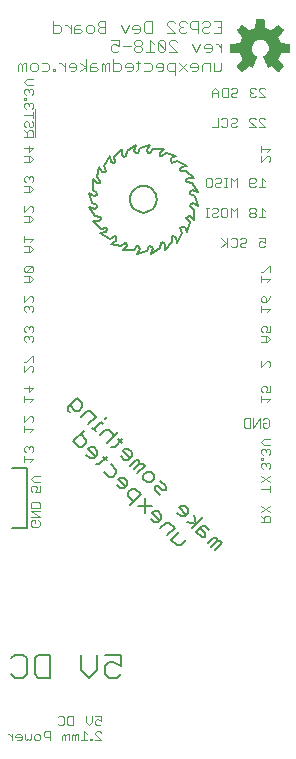
<source format=gbo>
G75*
%MOIN*%
%OFA0B0*%
%FSLAX25Y25*%
%IPPOS*%
%LPD*%
%AMOC8*
5,1,8,0,0,1.08239X$1,22.5*
%
%ADD10C,0.00300*%
%ADD11C,0.00800*%
%ADD12C,0.00700*%
%ADD13C,0.00787*%
D10*
X0024503Y0022618D02*
X0025020Y0022618D01*
X0026054Y0021584D01*
X0026054Y0020550D02*
X0026054Y0022618D01*
X0027116Y0022101D02*
X0027116Y0021584D01*
X0029185Y0021584D01*
X0029185Y0021067D02*
X0029185Y0022101D01*
X0028668Y0022618D01*
X0027633Y0022618D01*
X0027116Y0022101D01*
X0027633Y0020550D02*
X0028668Y0020550D01*
X0029185Y0021067D01*
X0030247Y0021067D02*
X0030247Y0022618D01*
X0030247Y0021067D02*
X0030764Y0020550D01*
X0031281Y0021067D01*
X0031798Y0020550D01*
X0032315Y0021067D01*
X0032315Y0022618D01*
X0033378Y0022101D02*
X0033895Y0022618D01*
X0034929Y0022618D01*
X0035446Y0022101D01*
X0035446Y0021067D01*
X0034929Y0020550D01*
X0033895Y0020550D01*
X0033378Y0021067D01*
X0033378Y0022101D01*
X0036508Y0022101D02*
X0037025Y0021584D01*
X0038577Y0021584D01*
X0038577Y0020550D02*
X0038577Y0023653D01*
X0037025Y0023653D01*
X0036508Y0023136D01*
X0036508Y0022101D01*
X0041204Y0026167D02*
X0041721Y0025650D01*
X0042756Y0025650D01*
X0043273Y0026167D01*
X0043273Y0028236D01*
X0042756Y0028753D01*
X0041721Y0028753D01*
X0041204Y0028236D01*
X0044335Y0028236D02*
X0044852Y0028753D01*
X0046403Y0028753D01*
X0046403Y0025650D01*
X0044852Y0025650D01*
X0044335Y0026167D01*
X0044335Y0028236D01*
X0044321Y0022618D02*
X0043804Y0022101D01*
X0043287Y0022618D01*
X0042770Y0022101D01*
X0042770Y0020550D01*
X0043804Y0020550D02*
X0043804Y0022101D01*
X0044321Y0022618D02*
X0044838Y0022618D01*
X0044838Y0020550D01*
X0045900Y0020550D02*
X0045900Y0022101D01*
X0046417Y0022618D01*
X0046935Y0022101D01*
X0046935Y0020550D01*
X0047969Y0020550D02*
X0047969Y0022618D01*
X0047452Y0022618D01*
X0046935Y0022101D01*
X0049031Y0020550D02*
X0051099Y0020550D01*
X0050065Y0020550D02*
X0050065Y0023653D01*
X0051099Y0022618D01*
X0052148Y0021067D02*
X0052148Y0020550D01*
X0052665Y0020550D01*
X0052665Y0021067D01*
X0052148Y0021067D01*
X0053727Y0020550D02*
X0055795Y0020550D01*
X0053727Y0022618D01*
X0053727Y0023136D01*
X0054244Y0023653D01*
X0055278Y0023653D01*
X0055795Y0023136D01*
X0055278Y0025650D02*
X0055795Y0026167D01*
X0055278Y0025650D02*
X0054244Y0025650D01*
X0053727Y0026167D01*
X0053727Y0027201D01*
X0054244Y0027718D01*
X0054761Y0027718D01*
X0055795Y0027201D01*
X0055795Y0028753D01*
X0053727Y0028753D01*
X0052665Y0028753D02*
X0052665Y0026684D01*
X0051631Y0025650D01*
X0050596Y0026684D01*
X0050596Y0028753D01*
X0034756Y0091854D02*
X0032687Y0091854D01*
X0032170Y0092371D01*
X0032170Y0093405D01*
X0032687Y0093922D01*
X0033721Y0093922D01*
X0033721Y0092888D01*
X0034756Y0091854D02*
X0035273Y0092371D01*
X0035273Y0093405D01*
X0034756Y0093922D01*
X0035273Y0094985D02*
X0032170Y0097053D01*
X0035273Y0097053D01*
X0035273Y0098115D02*
X0035273Y0099667D01*
X0034756Y0100184D01*
X0032687Y0100184D01*
X0032170Y0099667D01*
X0032170Y0098115D01*
X0035273Y0098115D01*
X0035273Y0094985D02*
X0032170Y0094985D01*
X0032687Y0103419D02*
X0032170Y0103936D01*
X0032170Y0104971D01*
X0032687Y0105488D01*
X0033721Y0105488D01*
X0034239Y0104971D01*
X0034239Y0104454D01*
X0033721Y0103419D01*
X0035273Y0103419D01*
X0035273Y0105488D01*
X0035273Y0106550D02*
X0033204Y0106550D01*
X0032170Y0107584D01*
X0033204Y0108618D01*
X0035273Y0108618D01*
X0032114Y0113419D02*
X0033148Y0114454D01*
X0030045Y0114454D01*
X0030045Y0115488D02*
X0030045Y0113419D01*
X0030562Y0116550D02*
X0030045Y0117067D01*
X0030045Y0118101D01*
X0030562Y0118618D01*
X0031079Y0118618D01*
X0031596Y0118101D01*
X0031596Y0117584D01*
X0031596Y0118101D02*
X0032114Y0118618D01*
X0032631Y0118618D01*
X0033148Y0118101D01*
X0033148Y0117067D01*
X0032631Y0116550D01*
X0032114Y0123419D02*
X0033148Y0124454D01*
X0030045Y0124454D01*
X0030045Y0125488D02*
X0030045Y0123419D01*
X0030045Y0126550D02*
X0032114Y0128618D01*
X0032631Y0128618D01*
X0033148Y0128101D01*
X0033148Y0127067D01*
X0032631Y0126550D01*
X0030045Y0126550D02*
X0030045Y0128618D01*
X0030045Y0133419D02*
X0030045Y0135488D01*
X0030045Y0134454D02*
X0033148Y0134454D01*
X0032114Y0133419D01*
X0031596Y0136550D02*
X0031596Y0138618D01*
X0030045Y0138101D02*
X0033148Y0138101D01*
X0031596Y0136550D01*
X0032631Y0143419D02*
X0033148Y0143936D01*
X0033148Y0144971D01*
X0032631Y0145488D01*
X0032114Y0145488D01*
X0030045Y0143419D01*
X0030045Y0145488D01*
X0030045Y0146550D02*
X0030562Y0146550D01*
X0032631Y0148618D01*
X0033148Y0148618D01*
X0033148Y0146550D01*
X0032631Y0153419D02*
X0033148Y0153936D01*
X0033148Y0154971D01*
X0032631Y0155488D01*
X0032114Y0155488D01*
X0031596Y0154971D01*
X0031079Y0155488D01*
X0030562Y0155488D01*
X0030045Y0154971D01*
X0030045Y0153936D01*
X0030562Y0153419D01*
X0031596Y0154454D02*
X0031596Y0154971D01*
X0030562Y0156550D02*
X0030045Y0157067D01*
X0030045Y0158101D01*
X0030562Y0158618D01*
X0031079Y0158618D01*
X0031596Y0158101D01*
X0031596Y0157584D01*
X0031596Y0158101D02*
X0032114Y0158618D01*
X0032631Y0158618D01*
X0033148Y0158101D01*
X0033148Y0157067D01*
X0032631Y0156550D01*
X0032631Y0163419D02*
X0033148Y0163936D01*
X0033148Y0164971D01*
X0032631Y0165488D01*
X0032114Y0165488D01*
X0031596Y0164971D01*
X0031079Y0165488D01*
X0030562Y0165488D01*
X0030045Y0164971D01*
X0030045Y0163936D01*
X0030562Y0163419D01*
X0031596Y0164454D02*
X0031596Y0164971D01*
X0032631Y0166550D02*
X0033148Y0167067D01*
X0033148Y0168101D01*
X0032631Y0168618D01*
X0032114Y0168618D01*
X0030045Y0166550D01*
X0030045Y0168618D01*
X0030045Y0173419D02*
X0032114Y0173419D01*
X0033148Y0174454D01*
X0032114Y0175488D01*
X0030045Y0175488D01*
X0030562Y0176550D02*
X0032631Y0178618D01*
X0030562Y0178618D01*
X0030045Y0178101D01*
X0030045Y0177067D01*
X0030562Y0176550D01*
X0032631Y0176550D01*
X0033148Y0177067D01*
X0033148Y0178101D01*
X0032631Y0178618D01*
X0031596Y0175488D02*
X0031596Y0173419D01*
X0031596Y0183419D02*
X0031596Y0185488D01*
X0032114Y0185488D02*
X0030045Y0185488D01*
X0030045Y0186550D02*
X0030045Y0188618D01*
X0030045Y0187584D02*
X0033148Y0187584D01*
X0032114Y0186550D01*
X0032114Y0185488D02*
X0033148Y0184454D01*
X0032114Y0183419D01*
X0030045Y0183419D01*
X0030045Y0193419D02*
X0032114Y0193419D01*
X0033148Y0194454D01*
X0032114Y0195488D01*
X0030045Y0195488D01*
X0030045Y0196550D02*
X0032114Y0198618D01*
X0032631Y0198618D01*
X0033148Y0198101D01*
X0033148Y0197067D01*
X0032631Y0196550D01*
X0031596Y0195488D02*
X0031596Y0193419D01*
X0030045Y0196550D02*
X0030045Y0198618D01*
X0030045Y0203419D02*
X0032114Y0203419D01*
X0033148Y0204454D01*
X0032114Y0205488D01*
X0030045Y0205488D01*
X0030562Y0206550D02*
X0030045Y0207067D01*
X0030045Y0208101D01*
X0030562Y0208618D01*
X0031079Y0208618D01*
X0031596Y0208101D01*
X0031596Y0207584D01*
X0031596Y0208101D02*
X0032114Y0208618D01*
X0032631Y0208618D01*
X0033148Y0208101D01*
X0033148Y0207067D01*
X0032631Y0206550D01*
X0031596Y0205488D02*
X0031596Y0203419D01*
X0031596Y0213419D02*
X0031596Y0215488D01*
X0032114Y0215488D02*
X0030045Y0215488D01*
X0031596Y0216550D02*
X0031596Y0218618D01*
X0030045Y0218101D02*
X0033148Y0218101D01*
X0031596Y0216550D01*
X0032114Y0215488D02*
X0033148Y0214454D01*
X0032114Y0213419D01*
X0030045Y0213419D01*
X0030045Y0221854D02*
X0033148Y0221854D01*
X0033148Y0223405D01*
X0032631Y0223922D01*
X0031596Y0223922D01*
X0031079Y0223405D01*
X0031079Y0221854D01*
X0031079Y0222888D02*
X0030045Y0223922D01*
X0030562Y0224985D02*
X0030045Y0225502D01*
X0030045Y0226536D01*
X0030562Y0227053D01*
X0031079Y0227053D01*
X0031596Y0226536D01*
X0031596Y0225502D01*
X0032114Y0224985D01*
X0032631Y0224985D01*
X0033148Y0225502D01*
X0033148Y0226536D01*
X0032631Y0227053D01*
X0033148Y0228115D02*
X0033148Y0230184D01*
X0032631Y0231071D02*
X0033148Y0231588D01*
X0033148Y0232623D01*
X0032631Y0233140D01*
X0032114Y0233140D01*
X0031596Y0232623D01*
X0031079Y0233140D01*
X0030562Y0233140D01*
X0030045Y0232623D01*
X0030045Y0231588D01*
X0030562Y0231071D01*
X0031596Y0232106D02*
X0031596Y0232623D01*
X0030562Y0234202D02*
X0030562Y0234719D01*
X0030045Y0234719D01*
X0030045Y0234202D01*
X0030562Y0234202D01*
X0030562Y0235767D02*
X0030045Y0236284D01*
X0030045Y0237319D01*
X0030562Y0237836D01*
X0031079Y0237836D01*
X0031596Y0237319D01*
X0031596Y0236802D01*
X0031596Y0237319D02*
X0032114Y0237836D01*
X0032631Y0237836D01*
X0033148Y0237319D01*
X0033148Y0236284D01*
X0032631Y0235767D01*
X0033148Y0238898D02*
X0031079Y0238898D01*
X0030045Y0239932D01*
X0031079Y0240966D01*
X0033148Y0240966D01*
X0032636Y0243800D02*
X0031986Y0244451D01*
X0031986Y0245752D01*
X0032636Y0246402D01*
X0033937Y0246402D01*
X0034588Y0245752D01*
X0034588Y0244451D01*
X0033937Y0243800D01*
X0032636Y0243800D01*
X0030721Y0243800D02*
X0030721Y0246402D01*
X0030070Y0246402D01*
X0029420Y0245752D01*
X0028769Y0246402D01*
X0028118Y0245752D01*
X0028118Y0243800D01*
X0029420Y0243800D02*
X0029420Y0245752D01*
X0035853Y0246402D02*
X0037805Y0246402D01*
X0038455Y0245752D01*
X0038455Y0244451D01*
X0037805Y0243800D01*
X0035853Y0243800D01*
X0039738Y0243800D02*
X0040389Y0243800D01*
X0040389Y0244451D01*
X0039738Y0244451D01*
X0039738Y0243800D01*
X0041660Y0246402D02*
X0042311Y0246402D01*
X0043612Y0245101D01*
X0044877Y0245101D02*
X0047479Y0245101D01*
X0047479Y0244451D02*
X0047479Y0245752D01*
X0046828Y0246402D01*
X0045527Y0246402D01*
X0044877Y0245752D01*
X0044877Y0245101D01*
X0045527Y0243800D02*
X0046828Y0243800D01*
X0047479Y0244451D01*
X0048750Y0243800D02*
X0050702Y0245101D01*
X0048750Y0246402D01*
X0050702Y0247703D02*
X0050702Y0243800D01*
X0051967Y0243800D02*
X0051967Y0245752D01*
X0052617Y0246402D01*
X0053918Y0246402D01*
X0053918Y0245101D02*
X0051967Y0245101D01*
X0051967Y0243800D02*
X0053918Y0243800D01*
X0054569Y0244451D01*
X0053918Y0245101D01*
X0055834Y0245752D02*
X0055834Y0243800D01*
X0057135Y0243800D02*
X0057135Y0245752D01*
X0056485Y0246402D01*
X0055834Y0245752D01*
X0057135Y0245752D02*
X0057786Y0246402D01*
X0058436Y0246402D01*
X0058436Y0243800D01*
X0059701Y0243800D02*
X0061653Y0243800D01*
X0062304Y0244451D01*
X0062304Y0245752D01*
X0061653Y0246402D01*
X0059701Y0246402D01*
X0059701Y0247703D02*
X0059701Y0243800D01*
X0063569Y0245101D02*
X0066171Y0245101D01*
X0066171Y0244451D02*
X0066171Y0245752D01*
X0065520Y0246402D01*
X0064219Y0246402D01*
X0063569Y0245752D01*
X0063569Y0245101D01*
X0064219Y0243800D02*
X0065520Y0243800D01*
X0066171Y0244451D01*
X0067448Y0243800D02*
X0068098Y0244451D01*
X0068098Y0247053D01*
X0067448Y0246402D02*
X0068749Y0246402D01*
X0070014Y0246402D02*
X0071966Y0246402D01*
X0072616Y0245752D01*
X0072616Y0244451D01*
X0071966Y0243800D01*
X0070014Y0243800D01*
X0073881Y0245101D02*
X0076484Y0245101D01*
X0076484Y0244451D02*
X0076484Y0245752D01*
X0075833Y0246402D01*
X0074532Y0246402D01*
X0073881Y0245752D01*
X0073881Y0245101D01*
X0074532Y0243800D02*
X0075833Y0243800D01*
X0076484Y0244451D01*
X0077749Y0244451D02*
X0078399Y0243800D01*
X0080351Y0243800D01*
X0081616Y0243800D02*
X0084218Y0246402D01*
X0085483Y0245752D02*
X0085483Y0245101D01*
X0088086Y0245101D01*
X0088086Y0244451D02*
X0088086Y0245752D01*
X0087435Y0246402D01*
X0086134Y0246402D01*
X0085483Y0245752D01*
X0086134Y0243800D02*
X0087435Y0243800D01*
X0088086Y0244451D01*
X0089351Y0243800D02*
X0089351Y0245752D01*
X0090001Y0246402D01*
X0091953Y0246402D01*
X0091953Y0243800D01*
X0093218Y0243800D02*
X0093218Y0246402D01*
X0093218Y0243800D02*
X0095170Y0243800D01*
X0095820Y0244451D01*
X0095820Y0246402D01*
X0095820Y0250100D02*
X0095820Y0252702D01*
X0095820Y0251401D02*
X0094519Y0252702D01*
X0093868Y0252702D01*
X0092597Y0252052D02*
X0091947Y0252702D01*
X0090646Y0252702D01*
X0089995Y0252052D01*
X0089995Y0251401D01*
X0092597Y0251401D01*
X0092597Y0250751D02*
X0092597Y0252052D01*
X0092597Y0250751D02*
X0091947Y0250100D01*
X0090646Y0250100D01*
X0087429Y0250100D02*
X0088730Y0252702D01*
X0086128Y0252702D02*
X0087429Y0250100D01*
X0088086Y0256400D02*
X0088086Y0260303D01*
X0086134Y0260303D01*
X0085483Y0259653D01*
X0085483Y0258352D01*
X0086134Y0257701D01*
X0088086Y0257701D01*
X0089351Y0257701D02*
X0089351Y0257051D01*
X0090001Y0256400D01*
X0091302Y0256400D01*
X0091953Y0257051D01*
X0093218Y0256400D02*
X0095820Y0256400D01*
X0095820Y0260303D01*
X0093218Y0260303D01*
X0091953Y0259653D02*
X0091953Y0259002D01*
X0091302Y0258352D01*
X0090001Y0258352D01*
X0089351Y0257701D01*
X0089351Y0259653D02*
X0090001Y0260303D01*
X0091302Y0260303D01*
X0091953Y0259653D01*
X0094519Y0258352D02*
X0095820Y0258352D01*
X0098826Y0252600D02*
X0102002Y0252922D01*
X0102343Y0253989D01*
X0102857Y0254986D01*
X0100839Y0257460D01*
X0102535Y0259156D01*
X0105009Y0257139D01*
X0106006Y0257652D01*
X0107073Y0257993D01*
X0107396Y0261169D01*
X0109795Y0261169D01*
X0110117Y0257993D01*
X0111185Y0257652D01*
X0112181Y0257139D01*
X0114655Y0259156D01*
X0116351Y0257460D01*
X0114334Y0254986D01*
X0114847Y0253989D01*
X0115188Y0252922D01*
X0118364Y0252600D01*
X0118364Y0250200D01*
X0115188Y0249878D01*
X0114847Y0248811D01*
X0114334Y0247814D01*
X0116351Y0245340D01*
X0114655Y0243644D01*
X0112181Y0245661D01*
X0111185Y0245148D01*
X0109772Y0248558D01*
X0110304Y0248842D01*
X0110770Y0249225D01*
X0111153Y0249691D01*
X0111437Y0250223D01*
X0111612Y0250800D01*
X0111671Y0251400D01*
X0111606Y0252028D01*
X0111414Y0252630D01*
X0111104Y0253180D01*
X0110687Y0253655D01*
X0110183Y0254035D01*
X0109611Y0254303D01*
X0108997Y0254450D01*
X0108365Y0254467D01*
X0107744Y0254356D01*
X0107158Y0254120D01*
X0106633Y0253769D01*
X0106190Y0253318D01*
X0105849Y0252786D01*
X0105624Y0252196D01*
X0105524Y0251573D01*
X0105554Y0250942D01*
X0105711Y0250330D01*
X0105991Y0249764D01*
X0106380Y0249266D01*
X0106862Y0248859D01*
X0107418Y0248558D01*
X0106005Y0245148D01*
X0105009Y0245661D01*
X0102535Y0243644D01*
X0100839Y0245340D01*
X0102857Y0247814D01*
X0102343Y0248811D01*
X0102002Y0249878D01*
X0098826Y0250200D01*
X0098826Y0252600D01*
X0098826Y0252485D02*
X0105734Y0252485D01*
X0105623Y0252187D02*
X0098826Y0252187D01*
X0098826Y0251888D02*
X0105575Y0251888D01*
X0105527Y0251590D02*
X0098826Y0251590D01*
X0098826Y0251291D02*
X0105537Y0251291D01*
X0105551Y0250993D02*
X0098826Y0250993D01*
X0098826Y0250694D02*
X0105617Y0250694D01*
X0105694Y0250396D02*
X0098826Y0250396D01*
X0099843Y0250097D02*
X0105826Y0250097D01*
X0105973Y0249799D02*
X0102027Y0249799D01*
X0102123Y0249500D02*
X0106197Y0249500D01*
X0106456Y0249202D02*
X0102218Y0249202D01*
X0102314Y0248903D02*
X0106810Y0248903D01*
X0107332Y0248605D02*
X0102450Y0248605D01*
X0102603Y0248306D02*
X0107314Y0248306D01*
X0107190Y0248008D02*
X0102757Y0248008D01*
X0102771Y0247709D02*
X0107066Y0247709D01*
X0106943Y0247411D02*
X0102527Y0247411D01*
X0102284Y0247112D02*
X0106819Y0247112D01*
X0106695Y0246814D02*
X0102041Y0246814D01*
X0101797Y0246515D02*
X0106572Y0246515D01*
X0106448Y0246216D02*
X0101554Y0246216D01*
X0101310Y0245918D02*
X0106324Y0245918D01*
X0106201Y0245619D02*
X0105091Y0245619D01*
X0104958Y0245619D02*
X0101067Y0245619D01*
X0100858Y0245321D02*
X0104592Y0245321D01*
X0104226Y0245022D02*
X0101157Y0245022D01*
X0101455Y0244724D02*
X0103860Y0244724D01*
X0103494Y0244425D02*
X0101754Y0244425D01*
X0102052Y0244127D02*
X0103127Y0244127D01*
X0102761Y0243828D02*
X0102351Y0243828D01*
X0105670Y0245321D02*
X0106077Y0245321D01*
X0110371Y0247112D02*
X0114906Y0247112D01*
X0114663Y0247411D02*
X0110248Y0247411D01*
X0110124Y0247709D02*
X0114419Y0247709D01*
X0114433Y0248008D02*
X0110000Y0248008D01*
X0109877Y0248306D02*
X0114587Y0248306D01*
X0114741Y0248605D02*
X0109859Y0248605D01*
X0110378Y0248903D02*
X0114876Y0248903D01*
X0114972Y0249202D02*
X0110742Y0249202D01*
X0110996Y0249500D02*
X0115068Y0249500D01*
X0115163Y0249799D02*
X0111210Y0249799D01*
X0111370Y0250097D02*
X0117347Y0250097D01*
X0118364Y0250396D02*
X0111489Y0250396D01*
X0111580Y0250694D02*
X0118364Y0250694D01*
X0118364Y0250993D02*
X0111631Y0250993D01*
X0111660Y0251291D02*
X0118364Y0251291D01*
X0118364Y0251590D02*
X0111652Y0251590D01*
X0111621Y0251888D02*
X0118364Y0251888D01*
X0118364Y0252187D02*
X0111556Y0252187D01*
X0111461Y0252485D02*
X0118364Y0252485D01*
X0116551Y0252784D02*
X0111328Y0252784D01*
X0111159Y0253082D02*
X0115137Y0253082D01*
X0115042Y0253381D02*
X0110928Y0253381D01*
X0110655Y0253679D02*
X0114946Y0253679D01*
X0114851Y0253978D02*
X0110258Y0253978D01*
X0109669Y0254276D02*
X0114699Y0254276D01*
X0114545Y0254575D02*
X0102645Y0254575D01*
X0102799Y0254873D02*
X0114392Y0254873D01*
X0114485Y0255172D02*
X0102705Y0255172D01*
X0102461Y0255470D02*
X0114729Y0255470D01*
X0114972Y0255769D02*
X0102218Y0255769D01*
X0101975Y0256067D02*
X0115216Y0256067D01*
X0115459Y0256366D02*
X0101731Y0256366D01*
X0101488Y0256664D02*
X0115702Y0256664D01*
X0115946Y0256963D02*
X0101244Y0256963D01*
X0101001Y0257261D02*
X0104859Y0257261D01*
X0105248Y0257261D02*
X0111942Y0257261D01*
X0112332Y0257261D02*
X0116189Y0257261D01*
X0116251Y0257560D02*
X0112698Y0257560D01*
X0113064Y0257858D02*
X0115952Y0257858D01*
X0115654Y0258157D02*
X0113430Y0258157D01*
X0113796Y0258455D02*
X0115355Y0258455D01*
X0115057Y0258754D02*
X0114162Y0258754D01*
X0114528Y0259052D02*
X0114758Y0259052D01*
X0111363Y0257560D02*
X0105827Y0257560D01*
X0106652Y0257858D02*
X0110539Y0257858D01*
X0110101Y0258157D02*
X0107090Y0258157D01*
X0107120Y0258455D02*
X0110070Y0258455D01*
X0110040Y0258754D02*
X0107150Y0258754D01*
X0107181Y0259052D02*
X0110010Y0259052D01*
X0109979Y0259351D02*
X0107211Y0259351D01*
X0107241Y0259650D02*
X0109949Y0259650D01*
X0109919Y0259948D02*
X0107272Y0259948D01*
X0107302Y0260247D02*
X0109888Y0260247D01*
X0109858Y0260545D02*
X0107332Y0260545D01*
X0107362Y0260844D02*
X0109828Y0260844D01*
X0109798Y0261142D02*
X0107393Y0261142D01*
X0104493Y0257560D02*
X0100939Y0257560D01*
X0101238Y0257858D02*
X0104126Y0257858D01*
X0103760Y0258157D02*
X0101536Y0258157D01*
X0101835Y0258455D02*
X0103394Y0258455D01*
X0103028Y0258754D02*
X0102133Y0258754D01*
X0102432Y0259052D02*
X0102662Y0259052D01*
X0102491Y0254276D02*
X0107547Y0254276D01*
X0106946Y0253978D02*
X0102340Y0253978D01*
X0102244Y0253679D02*
X0106545Y0253679D01*
X0106252Y0253381D02*
X0102149Y0253381D01*
X0102053Y0253082D02*
X0106039Y0253082D01*
X0105848Y0252784D02*
X0100640Y0252784D01*
X0100536Y0238078D02*
X0101053Y0237561D01*
X0101053Y0237043D01*
X0100536Y0236526D01*
X0099502Y0236526D01*
X0098985Y0236009D01*
X0098985Y0235492D01*
X0099502Y0234975D01*
X0100536Y0234975D01*
X0101053Y0235492D01*
X0100536Y0238078D02*
X0099502Y0238078D01*
X0098985Y0237561D01*
X0097922Y0238078D02*
X0097922Y0234975D01*
X0096371Y0234975D01*
X0095854Y0235492D01*
X0095854Y0237561D01*
X0096371Y0238078D01*
X0097922Y0238078D01*
X0094792Y0237043D02*
X0094792Y0234975D01*
X0094792Y0236526D02*
X0092723Y0236526D01*
X0092723Y0237043D02*
X0092723Y0234975D01*
X0092723Y0237043D02*
X0093758Y0238078D01*
X0094792Y0237043D01*
X0094667Y0228078D02*
X0094667Y0224975D01*
X0092598Y0224975D01*
X0095729Y0225492D02*
X0096246Y0224975D01*
X0097280Y0224975D01*
X0097797Y0225492D01*
X0097797Y0227561D01*
X0097280Y0228078D01*
X0096246Y0228078D01*
X0095729Y0227561D01*
X0098860Y0227561D02*
X0099377Y0228078D01*
X0100411Y0228078D01*
X0100928Y0227561D01*
X0100928Y0227043D01*
X0100411Y0226526D01*
X0099377Y0226526D01*
X0098860Y0226009D01*
X0098860Y0225492D01*
X0099377Y0224975D01*
X0100411Y0224975D01*
X0100928Y0225492D01*
X0105121Y0224975D02*
X0107189Y0224975D01*
X0105121Y0227043D01*
X0105121Y0227561D01*
X0105638Y0228078D01*
X0106672Y0228078D01*
X0107189Y0227561D01*
X0108252Y0227561D02*
X0108769Y0228078D01*
X0109803Y0228078D01*
X0110320Y0227561D01*
X0108252Y0227561D02*
X0108252Y0227043D01*
X0110320Y0224975D01*
X0108252Y0224975D01*
X0109045Y0218618D02*
X0109045Y0216550D01*
X0109045Y0217584D02*
X0112148Y0217584D01*
X0111114Y0216550D01*
X0111114Y0215488D02*
X0111631Y0215488D01*
X0112148Y0214971D01*
X0112148Y0213936D01*
X0111631Y0213419D01*
X0111114Y0215488D02*
X0109045Y0213419D01*
X0109045Y0215488D01*
X0109286Y0208078D02*
X0109286Y0204975D01*
X0110320Y0204975D02*
X0108252Y0204975D01*
X0107189Y0205492D02*
X0106672Y0204975D01*
X0105638Y0204975D01*
X0105121Y0205492D01*
X0105121Y0207561D01*
X0105638Y0208078D01*
X0106672Y0208078D01*
X0107189Y0207561D01*
X0107189Y0207043D01*
X0106672Y0206526D01*
X0105121Y0206526D01*
X0109286Y0208078D02*
X0110320Y0207043D01*
X0109286Y0198078D02*
X0109286Y0194975D01*
X0110320Y0194975D02*
X0108252Y0194975D01*
X0107189Y0195492D02*
X0107189Y0196009D01*
X0106672Y0196526D01*
X0105638Y0196526D01*
X0105121Y0196009D01*
X0105121Y0195492D01*
X0105638Y0194975D01*
X0106672Y0194975D01*
X0107189Y0195492D01*
X0106672Y0196526D02*
X0107189Y0197043D01*
X0107189Y0197561D01*
X0106672Y0198078D01*
X0105638Y0198078D01*
X0105121Y0197561D01*
X0105121Y0197043D01*
X0105638Y0196526D01*
X0109286Y0198078D02*
X0110320Y0197043D01*
X0110320Y0188078D02*
X0108252Y0188078D01*
X0108769Y0187043D02*
X0108252Y0186526D01*
X0108252Y0185492D01*
X0108769Y0184975D01*
X0109803Y0184975D01*
X0110320Y0185492D01*
X0110320Y0186526D02*
X0109286Y0187043D01*
X0108769Y0187043D01*
X0110320Y0186526D02*
X0110320Y0188078D01*
X0111631Y0178618D02*
X0109562Y0176550D01*
X0109045Y0176550D01*
X0109045Y0175488D02*
X0109045Y0173419D01*
X0109045Y0174454D02*
X0112148Y0174454D01*
X0111114Y0173419D01*
X0112148Y0176550D02*
X0112148Y0178618D01*
X0111631Y0178618D01*
X0112148Y0168618D02*
X0111631Y0167584D01*
X0110596Y0166550D01*
X0109562Y0166550D01*
X0109045Y0167067D01*
X0109045Y0168101D01*
X0109562Y0168618D01*
X0110079Y0168618D01*
X0110596Y0168101D01*
X0110596Y0166550D01*
X0109045Y0165488D02*
X0109045Y0163419D01*
X0109045Y0164454D02*
X0112148Y0164454D01*
X0111114Y0163419D01*
X0110596Y0158618D02*
X0109562Y0158618D01*
X0109045Y0158101D01*
X0109045Y0157067D01*
X0109562Y0156550D01*
X0110596Y0156550D02*
X0111114Y0157584D01*
X0111114Y0158101D01*
X0110596Y0158618D01*
X0110596Y0156550D02*
X0112148Y0156550D01*
X0112148Y0158618D01*
X0111114Y0155488D02*
X0109045Y0155488D01*
X0109045Y0153419D02*
X0111114Y0153419D01*
X0112148Y0154454D01*
X0111114Y0155488D01*
X0110596Y0155488D02*
X0110596Y0153419D01*
X0111114Y0147053D02*
X0111631Y0147053D01*
X0112148Y0146536D01*
X0112148Y0145502D01*
X0111631Y0144985D01*
X0111114Y0147053D02*
X0109045Y0144985D01*
X0109045Y0147053D01*
X0109562Y0138618D02*
X0109045Y0138101D01*
X0109045Y0137067D01*
X0109562Y0136550D01*
X0110596Y0136550D02*
X0111114Y0137584D01*
X0111114Y0138101D01*
X0110596Y0138618D01*
X0109562Y0138618D01*
X0110596Y0136550D02*
X0112148Y0136550D01*
X0112148Y0138618D01*
X0112148Y0134454D02*
X0111114Y0133419D01*
X0112148Y0134454D02*
X0109045Y0134454D01*
X0109045Y0135488D02*
X0109045Y0133419D01*
X0108510Y0127953D02*
X0106442Y0124850D01*
X0106442Y0127953D01*
X0105380Y0127953D02*
X0105380Y0124850D01*
X0103828Y0124850D01*
X0103311Y0125367D01*
X0103311Y0127436D01*
X0103828Y0127953D01*
X0105380Y0127953D01*
X0108510Y0127953D02*
X0108510Y0124850D01*
X0109573Y0125367D02*
X0109573Y0126401D01*
X0110607Y0126401D01*
X0111641Y0125367D02*
X0111641Y0127436D01*
X0111124Y0127953D01*
X0110090Y0127953D01*
X0109573Y0127436D01*
X0109573Y0125367D02*
X0110090Y0124850D01*
X0111124Y0124850D01*
X0111641Y0125367D01*
X0112148Y0120966D02*
X0110079Y0120966D01*
X0109045Y0119932D01*
X0110079Y0118898D01*
X0112148Y0118898D01*
X0111631Y0117836D02*
X0112148Y0117319D01*
X0112148Y0116284D01*
X0111631Y0115767D01*
X0110596Y0116802D02*
X0110596Y0117319D01*
X0110079Y0117836D01*
X0109562Y0117836D01*
X0109045Y0117319D01*
X0109045Y0116284D01*
X0109562Y0115767D01*
X0109562Y0114719D02*
X0109045Y0114719D01*
X0109045Y0114202D01*
X0109562Y0114202D01*
X0109562Y0114719D01*
X0109562Y0113140D02*
X0109045Y0112623D01*
X0109045Y0111588D01*
X0109562Y0111071D01*
X0110596Y0112106D02*
X0110596Y0112623D01*
X0110079Y0113140D01*
X0109562Y0113140D01*
X0110596Y0112623D02*
X0111114Y0113140D01*
X0111631Y0113140D01*
X0112148Y0112623D01*
X0112148Y0111588D01*
X0111631Y0111071D01*
X0112148Y0108618D02*
X0109045Y0106550D01*
X0109045Y0108618D02*
X0112148Y0106550D01*
X0112148Y0105488D02*
X0112148Y0103419D01*
X0112148Y0104454D02*
X0109045Y0104454D01*
X0109045Y0098618D02*
X0112148Y0096550D01*
X0111631Y0095488D02*
X0112148Y0094971D01*
X0112148Y0093419D01*
X0109045Y0093419D01*
X0110079Y0093419D02*
X0110079Y0094971D01*
X0110596Y0095488D01*
X0111631Y0095488D01*
X0110079Y0094454D02*
X0109045Y0095488D01*
X0109045Y0096550D02*
X0112148Y0098618D01*
X0110596Y0117319D02*
X0111114Y0117836D01*
X0111631Y0117836D01*
X0103542Y0184975D02*
X0104059Y0185492D01*
X0103542Y0184975D02*
X0102507Y0184975D01*
X0101990Y0185492D01*
X0101990Y0186009D01*
X0102507Y0186526D01*
X0103542Y0186526D01*
X0104059Y0187043D01*
X0104059Y0187561D01*
X0103542Y0188078D01*
X0102507Y0188078D01*
X0101990Y0187561D01*
X0100928Y0187561D02*
X0100928Y0185492D01*
X0100411Y0184975D01*
X0099377Y0184975D01*
X0098860Y0185492D01*
X0097797Y0184975D02*
X0097797Y0188078D01*
X0098860Y0187561D02*
X0099377Y0188078D01*
X0100411Y0188078D01*
X0100928Y0187561D01*
X0100928Y0194975D02*
X0100928Y0198078D01*
X0099894Y0197043D01*
X0098860Y0198078D01*
X0098860Y0194975D01*
X0097797Y0195492D02*
X0097280Y0194975D01*
X0096246Y0194975D01*
X0095729Y0195492D01*
X0095729Y0197561D01*
X0096246Y0198078D01*
X0097280Y0198078D01*
X0097797Y0197561D01*
X0097797Y0195492D01*
X0094667Y0195492D02*
X0094150Y0194975D01*
X0093115Y0194975D01*
X0092598Y0195492D01*
X0092598Y0196009D01*
X0093115Y0196526D01*
X0094150Y0196526D01*
X0094667Y0197043D01*
X0094667Y0197561D01*
X0094150Y0198078D01*
X0093115Y0198078D01*
X0092598Y0197561D01*
X0091536Y0198078D02*
X0090502Y0198078D01*
X0091019Y0198078D02*
X0091019Y0194975D01*
X0091536Y0194975D02*
X0090502Y0194975D01*
X0095729Y0188078D02*
X0097797Y0186009D01*
X0097280Y0186526D02*
X0095729Y0184975D01*
X0095193Y0204975D02*
X0095710Y0205492D01*
X0095193Y0204975D02*
X0094159Y0204975D01*
X0093642Y0205492D01*
X0093642Y0206009D01*
X0094159Y0206526D01*
X0095193Y0206526D01*
X0095710Y0207043D01*
X0095710Y0207561D01*
X0095193Y0208078D01*
X0094159Y0208078D01*
X0093642Y0207561D01*
X0092580Y0207561D02*
X0092580Y0205492D01*
X0092063Y0204975D01*
X0091028Y0204975D01*
X0090511Y0205492D01*
X0090511Y0207561D01*
X0091028Y0208078D01*
X0092063Y0208078D01*
X0092580Y0207561D01*
X0096763Y0208078D02*
X0097797Y0208078D01*
X0097280Y0208078D02*
X0097280Y0204975D01*
X0097797Y0204975D02*
X0096763Y0204975D01*
X0098860Y0204975D02*
X0098860Y0208078D01*
X0099894Y0207043D01*
X0100928Y0208078D01*
X0100928Y0204975D01*
X0105763Y0234975D02*
X0106797Y0234975D01*
X0107314Y0235492D01*
X0108377Y0234975D02*
X0110445Y0234975D01*
X0108377Y0237043D01*
X0108377Y0237561D01*
X0108894Y0238078D01*
X0109928Y0238078D01*
X0110445Y0237561D01*
X0107314Y0237561D02*
X0106797Y0238078D01*
X0105763Y0238078D01*
X0105246Y0237561D01*
X0105246Y0237043D01*
X0105763Y0236526D01*
X0105246Y0236009D01*
X0105246Y0235492D01*
X0105763Y0234975D01*
X0105763Y0236526D02*
X0106280Y0236526D01*
X0110495Y0246814D02*
X0115150Y0246814D01*
X0115393Y0246515D02*
X0110619Y0246515D01*
X0110742Y0246216D02*
X0115636Y0246216D01*
X0115880Y0245918D02*
X0110866Y0245918D01*
X0110990Y0245619D02*
X0112100Y0245619D01*
X0112232Y0245619D02*
X0116123Y0245619D01*
X0116332Y0245321D02*
X0112598Y0245321D01*
X0112965Y0245022D02*
X0116033Y0245022D01*
X0115735Y0244724D02*
X0113331Y0244724D01*
X0113697Y0244425D02*
X0115436Y0244425D01*
X0115138Y0244127D02*
X0114063Y0244127D01*
X0114429Y0243828D02*
X0114839Y0243828D01*
X0111520Y0245321D02*
X0111113Y0245321D01*
X0084218Y0243800D02*
X0081616Y0246402D01*
X0080351Y0246402D02*
X0080351Y0242499D01*
X0080351Y0246402D02*
X0078399Y0246402D01*
X0077749Y0245752D01*
X0077749Y0244451D01*
X0078393Y0250100D02*
X0080995Y0250100D01*
X0078393Y0252702D01*
X0078393Y0253353D01*
X0079044Y0254003D01*
X0080345Y0254003D01*
X0080995Y0253353D01*
X0080351Y0256400D02*
X0077749Y0259002D01*
X0077749Y0259653D01*
X0078399Y0260303D01*
X0079700Y0260303D01*
X0080351Y0259653D01*
X0081616Y0259653D02*
X0081616Y0259002D01*
X0082267Y0258352D01*
X0081616Y0257701D01*
X0081616Y0257051D01*
X0082267Y0256400D01*
X0083568Y0256400D01*
X0084218Y0257051D01*
X0082917Y0258352D02*
X0082267Y0258352D01*
X0081616Y0259653D02*
X0082267Y0260303D01*
X0083568Y0260303D01*
X0084218Y0259653D01*
X0080351Y0256400D02*
X0077749Y0256400D01*
X0076478Y0254003D02*
X0075177Y0254003D01*
X0074526Y0253353D01*
X0077128Y0250751D01*
X0076478Y0250100D01*
X0075177Y0250100D01*
X0074526Y0250751D01*
X0074526Y0253353D01*
X0073261Y0252702D02*
X0071960Y0254003D01*
X0071960Y0250100D01*
X0073261Y0250100D02*
X0070659Y0250100D01*
X0069394Y0250751D02*
X0069394Y0251401D01*
X0068743Y0252052D01*
X0067442Y0252052D01*
X0066791Y0251401D01*
X0066791Y0250751D01*
X0067442Y0250100D01*
X0068743Y0250100D01*
X0069394Y0250751D01*
X0068743Y0252052D02*
X0069394Y0252702D01*
X0069394Y0253353D01*
X0068743Y0254003D01*
X0067442Y0254003D01*
X0066791Y0253353D01*
X0066791Y0252702D01*
X0067442Y0252052D01*
X0065526Y0252052D02*
X0062924Y0252052D01*
X0061659Y0252052D02*
X0060358Y0252702D01*
X0059707Y0252702D01*
X0059057Y0252052D01*
X0059057Y0250751D01*
X0059707Y0250100D01*
X0061008Y0250100D01*
X0061659Y0250751D01*
X0061659Y0252052D02*
X0061659Y0254003D01*
X0059057Y0254003D01*
X0057147Y0256400D02*
X0057147Y0260303D01*
X0055195Y0260303D01*
X0054545Y0259653D01*
X0054545Y0259002D01*
X0055195Y0258352D01*
X0057147Y0258352D01*
X0055195Y0258352D02*
X0054545Y0257701D01*
X0054545Y0257051D01*
X0055195Y0256400D01*
X0057147Y0256400D01*
X0053280Y0257051D02*
X0052629Y0256400D01*
X0051328Y0256400D01*
X0050678Y0257051D01*
X0050678Y0258352D01*
X0051328Y0259002D01*
X0052629Y0259002D01*
X0053280Y0258352D01*
X0053280Y0257051D01*
X0049413Y0257051D02*
X0048762Y0257701D01*
X0046810Y0257701D01*
X0046810Y0258352D02*
X0046810Y0256400D01*
X0048762Y0256400D01*
X0049413Y0257051D01*
X0048762Y0259002D02*
X0047461Y0259002D01*
X0046810Y0258352D01*
X0045545Y0259002D02*
X0045545Y0256400D01*
X0045545Y0257701D02*
X0044244Y0259002D01*
X0043594Y0259002D01*
X0042323Y0258352D02*
X0041672Y0259002D01*
X0039720Y0259002D01*
X0039720Y0260303D02*
X0039720Y0256400D01*
X0041672Y0256400D01*
X0042323Y0257051D01*
X0042323Y0258352D01*
X0043612Y0246402D02*
X0043612Y0243800D01*
X0033745Y0231096D02*
X0033745Y0221704D01*
X0033148Y0229150D02*
X0030045Y0229150D01*
X0063581Y0256400D02*
X0062280Y0259002D01*
X0064882Y0259002D02*
X0063581Y0256400D01*
X0066147Y0257701D02*
X0068749Y0257701D01*
X0068749Y0257051D02*
X0068749Y0258352D01*
X0068098Y0259002D01*
X0066797Y0259002D01*
X0066147Y0258352D01*
X0066147Y0257701D01*
X0066797Y0256400D02*
X0068098Y0256400D01*
X0068749Y0257051D01*
X0070014Y0257051D02*
X0070014Y0259653D01*
X0070665Y0260303D01*
X0072616Y0260303D01*
X0072616Y0256400D01*
X0070665Y0256400D01*
X0070014Y0257051D01*
X0076478Y0254003D02*
X0077128Y0253353D01*
X0077128Y0250751D01*
D11*
X0031095Y0111525D02*
X0026095Y0111525D01*
X0031095Y0111525D02*
X0031095Y0091275D01*
X0026095Y0091275D01*
D12*
X0026977Y0049182D02*
X0029579Y0049182D01*
X0030880Y0047881D01*
X0030880Y0042676D01*
X0029579Y0041375D01*
X0026977Y0041375D01*
X0025676Y0042676D01*
X0025676Y0047881D02*
X0026977Y0049182D01*
X0033502Y0047881D02*
X0033502Y0042676D01*
X0034803Y0041375D01*
X0038707Y0041375D01*
X0038707Y0049182D01*
X0034803Y0049182D01*
X0033502Y0047881D01*
X0049156Y0049182D02*
X0049156Y0043977D01*
X0051758Y0041375D01*
X0054360Y0043977D01*
X0054360Y0049182D01*
X0056982Y0049182D02*
X0062187Y0049182D01*
X0062187Y0045278D01*
X0059585Y0046579D01*
X0058284Y0046579D01*
X0056982Y0045278D01*
X0056982Y0042676D01*
X0058284Y0041375D01*
X0060886Y0041375D01*
X0062187Y0042676D01*
X0080968Y0085716D02*
X0079163Y0087521D01*
X0081570Y0089927D01*
X0080199Y0091297D02*
X0078395Y0093102D01*
X0077192Y0093102D01*
X0075387Y0091297D01*
X0074618Y0093269D02*
X0073415Y0093269D01*
X0072212Y0094472D01*
X0072814Y0096277D02*
X0075220Y0093870D01*
X0074618Y0093269D02*
X0075822Y0094472D01*
X0075822Y0095675D01*
X0074618Y0096878D01*
X0073415Y0096878D01*
X0072814Y0096277D01*
X0072647Y0098850D02*
X0067834Y0098850D01*
X0066464Y0100220D02*
X0064660Y0102025D01*
X0064660Y0103228D01*
X0065863Y0104431D01*
X0067066Y0104431D01*
X0068870Y0102626D01*
X0065261Y0099017D01*
X0063289Y0104598D02*
X0062086Y0104598D01*
X0060883Y0105801D01*
X0061485Y0107606D02*
X0063891Y0105199D01*
X0063289Y0104598D02*
X0064493Y0105801D01*
X0064493Y0107004D01*
X0063289Y0108207D01*
X0062086Y0108207D01*
X0061485Y0107606D01*
X0060716Y0109577D02*
X0059513Y0108374D01*
X0058310Y0108374D01*
X0056505Y0110179D01*
X0055135Y0112752D02*
X0053932Y0112752D01*
X0055135Y0112752D02*
X0057541Y0115158D01*
X0057541Y0113955D02*
X0056338Y0115158D01*
X0057758Y0119836D02*
X0061367Y0123445D01*
X0059562Y0122844D02*
X0058359Y0124047D01*
X0057156Y0124047D01*
X0055351Y0122242D01*
X0053981Y0123612D02*
X0052778Y0124815D01*
X0053380Y0124214D02*
X0055786Y0126620D01*
X0056387Y0126018D01*
X0056989Y0127823D02*
X0057591Y0128425D01*
X0059562Y0122844D02*
X0059562Y0121641D01*
X0061478Y0120928D02*
X0062681Y0119725D01*
X0062681Y0120928D02*
X0060275Y0118521D01*
X0059072Y0118521D01*
X0062848Y0117151D02*
X0065255Y0114745D01*
X0064653Y0114144D02*
X0065856Y0115347D01*
X0065856Y0116550D01*
X0064653Y0117753D01*
X0063450Y0117753D01*
X0062848Y0117151D01*
X0062247Y0115347D02*
X0063450Y0114144D01*
X0064653Y0114144D01*
X0065422Y0112172D02*
X0067226Y0113977D01*
X0068429Y0113977D01*
X0068429Y0112773D01*
X0066625Y0110969D01*
X0067828Y0109766D02*
X0070234Y0112172D01*
X0069633Y0112773D01*
X0068429Y0112773D01*
X0071003Y0110200D02*
X0069800Y0108997D01*
X0069800Y0107794D01*
X0071003Y0106591D01*
X0072206Y0106591D01*
X0073409Y0107794D01*
X0073409Y0108997D01*
X0072206Y0110200D01*
X0071003Y0110200D01*
X0073576Y0105221D02*
X0074779Y0105221D01*
X0075982Y0104018D01*
X0077185Y0104018D01*
X0077185Y0105221D01*
X0075381Y0107025D01*
X0073576Y0105221D02*
X0073576Y0104018D01*
X0075381Y0102213D01*
X0070241Y0101256D02*
X0070241Y0096444D01*
X0077793Y0088891D02*
X0080199Y0091297D01*
X0082332Y0095262D02*
X0081129Y0096465D01*
X0082332Y0095262D02*
X0083535Y0095262D01*
X0084738Y0096465D01*
X0084738Y0097668D01*
X0083535Y0098871D01*
X0082332Y0098871D01*
X0081730Y0098270D01*
X0084136Y0095863D01*
X0084276Y0093318D02*
X0087283Y0092716D01*
X0086682Y0095724D01*
X0089689Y0095123D02*
X0086080Y0091513D01*
X0087450Y0090143D02*
X0089255Y0088339D01*
X0090458Y0088339D01*
X0090458Y0089542D01*
X0088653Y0091346D01*
X0089255Y0091948D02*
X0087450Y0090143D01*
X0089255Y0091948D02*
X0090458Y0091948D01*
X0091661Y0090745D01*
X0093031Y0088172D02*
X0091227Y0086367D01*
X0092430Y0085164D02*
X0094234Y0086968D01*
X0094234Y0088172D01*
X0093031Y0088172D01*
X0094234Y0086968D02*
X0095437Y0086968D01*
X0096039Y0086367D01*
X0093633Y0083961D01*
X0083976Y0087521D02*
X0082171Y0085716D01*
X0080968Y0085716D01*
X0060716Y0109577D02*
X0060716Y0110780D01*
X0058912Y0112585D01*
X0054422Y0115871D02*
X0053219Y0114668D01*
X0052016Y0114668D01*
X0050813Y0115871D01*
X0051415Y0117676D02*
X0053821Y0115270D01*
X0054422Y0115871D02*
X0054422Y0117074D01*
X0053219Y0118277D01*
X0052016Y0118277D01*
X0051415Y0117676D01*
X0049443Y0118445D02*
X0050646Y0119648D01*
X0050646Y0120851D01*
X0048841Y0122655D01*
X0050044Y0123859D02*
X0046435Y0120249D01*
X0048240Y0118445D01*
X0049443Y0118445D01*
X0051464Y0126130D02*
X0053870Y0128536D01*
X0052065Y0130341D01*
X0050862Y0130341D01*
X0049057Y0128536D01*
X0048289Y0130508D02*
X0047086Y0130508D01*
X0045281Y0132312D01*
X0044680Y0131711D02*
X0047687Y0134719D01*
X0049492Y0132914D01*
X0049492Y0131711D01*
X0048289Y0130508D01*
X0045281Y0129906D02*
X0044680Y0130508D01*
X0044680Y0131711D01*
D13*
X0067624Y0182691D02*
X0071045Y0183706D01*
X0071709Y0185459D01*
X0071709Y0185490D01*
X0071747Y0185493D01*
X0071905Y0185512D01*
X0072047Y0185535D01*
X0072078Y0185539D01*
X0072915Y0184672D01*
X0072337Y0182746D01*
X0075394Y0184604D01*
X0075603Y0186468D01*
X0075597Y0186486D01*
X0075635Y0186502D01*
X0076009Y0186660D01*
X0076046Y0186677D01*
X0077067Y0186062D01*
X0077012Y0184050D01*
X0079473Y0186647D01*
X0079183Y0188504D01*
X0079177Y0188516D01*
X0079203Y0188535D01*
X0079458Y0188737D01*
X0079485Y0188756D01*
X0080611Y0188431D01*
X0081072Y0186468D01*
X0082782Y0189605D01*
X0082038Y0191303D01*
X0082065Y0191337D01*
X0082331Y0191686D01*
X0082357Y0191722D01*
X0083508Y0191703D01*
X0084467Y0189931D01*
X0085298Y0193413D01*
X0084141Y0194840D01*
X0084153Y0194868D01*
X0084266Y0195141D01*
X0084277Y0195167D01*
X0085359Y0195431D01*
X0086737Y0193961D01*
X0086663Y0197541D01*
X0085212Y0198617D01*
X0085219Y0198667D01*
X0085281Y0199153D01*
X0085286Y0199202D01*
X0086239Y0199731D01*
X0087949Y0198673D01*
X0086934Y0202105D01*
X0085273Y0202745D01*
X0085268Y0202787D01*
X0085213Y0203196D01*
X0085206Y0203237D01*
X0085968Y0203963D01*
X0087894Y0203385D01*
X0086036Y0206448D01*
X0084301Y0206651D01*
X0084281Y0206701D01*
X0084077Y0207197D01*
X0084055Y0207248D01*
X0084578Y0208122D01*
X0086590Y0208066D01*
X0083987Y0210533D01*
X0082284Y0210275D01*
X0082256Y0210312D01*
X0081974Y0210670D01*
X0081945Y0210705D01*
X0082222Y0211659D01*
X0084178Y0212126D01*
X0081041Y0213837D01*
X0079473Y0213160D01*
X0079428Y0213195D01*
X0078965Y0213544D01*
X0078919Y0213578D01*
X0078931Y0214550D01*
X0080696Y0215516D01*
X0077209Y0216346D01*
X0075898Y0215288D01*
X0075858Y0215305D01*
X0075464Y0215464D01*
X0075425Y0215479D01*
X0075203Y0216402D01*
X0076674Y0217780D01*
X0073093Y0217706D01*
X0072091Y0216359D01*
X0072030Y0216366D01*
X0071437Y0216445D01*
X0071377Y0216451D01*
X0070922Y0217281D01*
X0071974Y0218991D01*
X0068541Y0217976D01*
X0067926Y0216414D01*
X0067876Y0216408D01*
X0067384Y0216340D01*
X0067335Y0216334D01*
X0066683Y0217017D01*
X0067262Y0218942D01*
X0064198Y0217078D01*
X0064001Y0215411D01*
X0063946Y0215388D01*
X0063397Y0215155D01*
X0063343Y0215128D01*
X0062525Y0215621D01*
X0062580Y0217632D01*
X0060113Y0215030D01*
X0060372Y0213344D01*
X0060333Y0213315D01*
X0059960Y0213023D01*
X0059923Y0212994D01*
X0058988Y0213264D01*
X0058520Y0215227D01*
X0056804Y0212083D01*
X0057487Y0210502D01*
X0057453Y0210458D01*
X0057119Y0210013D01*
X0057087Y0209967D01*
X0056090Y0209979D01*
X0055118Y0211745D01*
X0054288Y0208257D01*
X0055383Y0206891D01*
X0055369Y0206858D01*
X0055235Y0206519D01*
X0055223Y0206485D01*
X0054226Y0206245D01*
X0052848Y0207716D01*
X0052922Y0204135D01*
X0054349Y0203071D01*
X0054342Y0203022D01*
X0054280Y0202524D01*
X0054275Y0202474D01*
X0053359Y0201958D01*
X0051649Y0203003D01*
X0052664Y0199565D01*
X0054349Y0198900D01*
X0054354Y0198864D01*
X0054405Y0198505D01*
X0054411Y0198470D01*
X0053623Y0197707D01*
X0051698Y0198291D01*
X0053556Y0195234D01*
X0055377Y0195031D01*
X0055395Y0194988D01*
X0055578Y0194562D01*
X0055598Y0194521D01*
X0055020Y0193561D01*
X0053002Y0193616D01*
X0055598Y0191155D01*
X0057443Y0191445D01*
X0057463Y0191419D01*
X0057674Y0191151D01*
X0057696Y0191125D01*
X0057376Y0190017D01*
X0055413Y0189556D01*
X0058551Y0187846D01*
X0060267Y0188603D01*
X0060273Y0188609D01*
X0060307Y0188584D01*
X0060639Y0188332D01*
X0060673Y0188308D01*
X0060655Y0187132D01*
X0058883Y0186173D01*
X0062365Y0185342D01*
X0063823Y0186530D01*
X0063835Y0186542D01*
X0063858Y0186533D01*
X0064083Y0186441D01*
X0064106Y0186431D01*
X0064389Y0185275D01*
X0062918Y0183897D01*
X0066499Y0183971D01*
X0067612Y0185484D01*
X0067624Y0185515D01*
X0067664Y0185509D01*
X0068064Y0185458D01*
X0068104Y0185453D01*
X0068683Y0184401D01*
X0067624Y0182691D01*
X0069580Y0196538D02*
X0068915Y0196628D01*
X0068089Y0196885D01*
X0067340Y0197291D01*
X0066688Y0197829D01*
X0066150Y0198481D01*
X0065744Y0199229D01*
X0065487Y0200056D01*
X0065398Y0200721D01*
X0065398Y0201165D01*
X0065487Y0201830D01*
X0065744Y0202656D01*
X0066150Y0203404D01*
X0066688Y0204056D01*
X0067340Y0204594D01*
X0068089Y0205001D01*
X0068915Y0205258D01*
X0069580Y0205347D01*
X0070024Y0205347D01*
X0070689Y0205258D01*
X0071515Y0205002D01*
X0072263Y0204596D01*
X0072915Y0204059D01*
X0073454Y0203407D01*
X0073860Y0202659D01*
X0074117Y0201831D01*
X0074206Y0201165D01*
X0074206Y0200721D01*
X0074117Y0200056D01*
X0073860Y0199229D01*
X0073454Y0198481D01*
X0072915Y0197829D01*
X0072263Y0197291D01*
X0071515Y0196885D01*
X0070689Y0196628D01*
X0070024Y0196538D01*
X0069580Y0196538D01*
M02*

</source>
